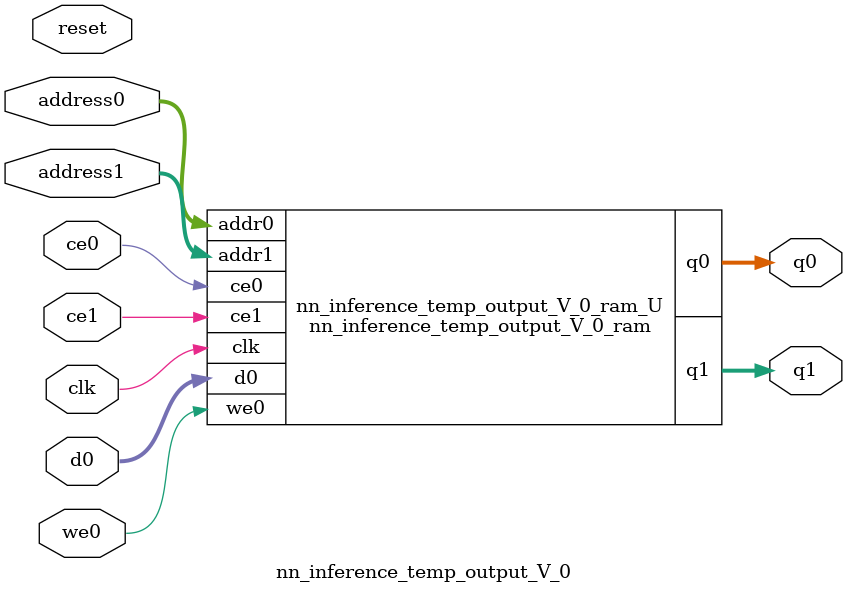
<source format=v>
`timescale 1 ns / 1 ps
module nn_inference_temp_output_V_0_ram (addr0, ce0, d0, we0, q0, addr1, ce1, q1,  clk);

parameter DWIDTH = 32;
parameter AWIDTH = 6;
parameter MEM_SIZE = 64;

input[AWIDTH-1:0] addr0;
input ce0;
input[DWIDTH-1:0] d0;
input we0;
output reg[DWIDTH-1:0] q0;
input[AWIDTH-1:0] addr1;
input ce1;
output reg[DWIDTH-1:0] q1;
input clk;

reg [DWIDTH-1:0] ram[0:MEM_SIZE-1];




always @(posedge clk)  
begin 
    if (ce0) begin
        if (we0) 
            ram[addr0] <= d0; 
        q0 <= ram[addr0];
    end
end


always @(posedge clk)  
begin 
    if (ce1) begin
        q1 <= ram[addr1];
    end
end


endmodule

`timescale 1 ns / 1 ps
module nn_inference_temp_output_V_0(
    reset,
    clk,
    address0,
    ce0,
    we0,
    d0,
    q0,
    address1,
    ce1,
    q1);

parameter DataWidth = 32'd32;
parameter AddressRange = 32'd64;
parameter AddressWidth = 32'd6;
input reset;
input clk;
input[AddressWidth - 1:0] address0;
input ce0;
input we0;
input[DataWidth - 1:0] d0;
output[DataWidth - 1:0] q0;
input[AddressWidth - 1:0] address1;
input ce1;
output[DataWidth - 1:0] q1;



nn_inference_temp_output_V_0_ram nn_inference_temp_output_V_0_ram_U(
    .clk( clk ),
    .addr0( address0 ),
    .ce0( ce0 ),
    .we0( we0 ),
    .d0( d0 ),
    .q0( q0 ),
    .addr1( address1 ),
    .ce1( ce1 ),
    .q1( q1 ));

endmodule


</source>
